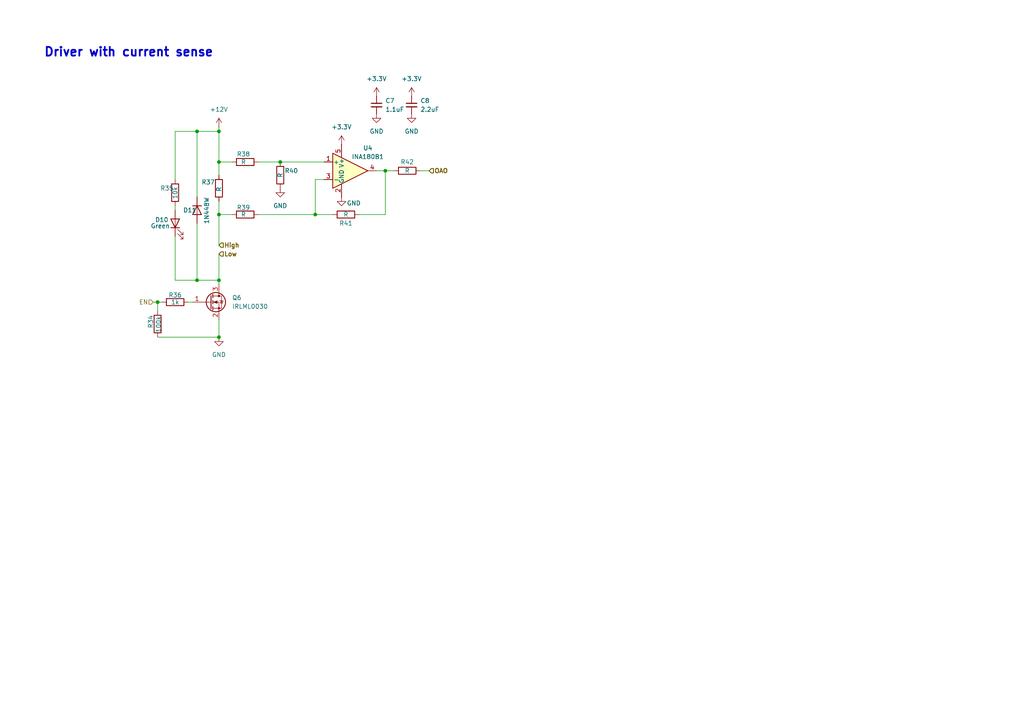
<source format=kicad_sch>
(kicad_sch (version 20231120) (generator "eeschema") (generator_version "8.0")
  (paper "A4")
  (lib_symbols
    (symbol "Amplifier_Current:INA180B1" (pin_names (offset 0.127))
      (property "Reference" "U" (at 3.81 3.81 0))
      (property "Value" "INA180B1" (at 3.81 -2.54 0))
      (symbol "INA180B1_0_1"
        (polyline (pts (xy 5.08 0) (xy -5.08 5.08) (xy -5.08 -5.08) (xy 5.08 0)) (stroke (width 0.254)) (fill (type background)))
      )
      (symbol "INA180B1_1_1"
        (pin input line (at -7.62 2.54 0) (length 2.54) (name "+") (number "1"))
        (pin power_in line (at -2.54 -7.62 90) (length 3.81) (name "GND") (number "2"))
        (pin input line (at -7.62 -2.54 0) (length 2.54) (name "-") (number "3"))
        (pin output line (at 7.62 0 180) (length 2.54) (name "~") (number "4"))
        (pin power_in line (at -2.54 7.62 270) (length 3.81) (name "V+") (number "5"))
      )
    )
    (symbol "Device:C_Small" (pin_numbers hide) (pin_names (offset 0.254) hide)
      (property "Reference" "C" (at 0.254 1.778 0))
      (property "Value" "C_Small" (at 0.254 -2.032 0))
      (symbol "C_Small_0_1"
        (polyline (pts (xy -1.524 -0.508) (xy 1.524 -0.508)) (stroke (width 0.3302)))
        (polyline (pts (xy -1.524 0.508) (xy 1.524 0.508)) (stroke (width 0.3048)))
      )
      (symbol "C_Small_1_1"
        (pin passive line (at 0 2.54 270) (length 2.032) (name "~") (number "1"))
        (pin passive line (at 0 -2.54 90) (length 2.032) (name "~") (number "2"))
      )
    )
    (symbol "Device:D" (pin_numbers hide) (pin_names (offset 1.016) hide)
      (property "Reference" "D" (at 0 2.54 0))
      (property "Value" "D" (at 0 -2.54 0))
      (symbol "D_0_1"
        (polyline (pts (xy -1.27 1.27) (xy -1.27 -1.27)) (stroke (width 0.254)))
        (polyline (pts (xy 1.27 0) (xy -1.27 0)))
        (polyline (pts (xy 1.27 1.27) (xy 1.27 -1.27) (xy -1.27 0) (xy 1.27 1.27)) (stroke (width 0.254)))
      )
      (symbol "D_1_1"
        (pin passive line (at -3.81 0 0) (length 2.54) (name "K") (number "1"))
        (pin passive line (at 3.81 0 180) (length 2.54) (name "A") (number "2"))
      )
    )
    (symbol "Device:LED" (pin_numbers hide) (pin_names (offset 1.016) hide)
      (property "Reference" "D" (at 0 2.54 0))
      (property "Value" "LED" (at 0 -2.54 0))
      (symbol "LED_0_1"
        (polyline (pts (xy -1.27 -1.27) (xy -1.27 1.27)) (stroke (width 0.254)))
        (polyline (pts (xy -1.27 0) (xy 1.27 0)))
        (polyline (pts (xy 1.27 -1.27) (xy 1.27 1.27) (xy -1.27 0) (xy 1.27 -1.27)) (stroke (width 0.254)))
        (polyline (pts (xy -3.048 -0.762) (xy -4.572 -2.286) (xy -3.81 -2.286) (xy -4.572 -2.286) (xy -4.572 -1.524)))
        (polyline (pts (xy -1.778 -0.762) (xy -3.302 -2.286) (xy -2.54 -2.286) (xy -3.302 -2.286) (xy -3.302 -1.524)))
      )
      (symbol "LED_1_1"
        (pin passive line (at -3.81 0 0) (length 2.54) (name "K") (number "1"))
        (pin passive line (at 3.81 0 180) (length 2.54) (name "A") (number "2"))
      )
    )
    (symbol "Device:R" (pin_numbers hide) (pin_names (offset 0))
      (property "Reference" "R" (at 2.032 0 90))
      (property "Value" "R" (at 0 0 90))
      (symbol "R_0_1"
        (rectangle (start -1.016 -2.54) (end 1.016 2.54) (stroke (width 0.254)))
      )
      (symbol "R_1_1"
        (pin passive line (at 0 3.81 270) (length 1.27) (name "~") (number "1"))
        (pin passive line (at 0 -3.81 90) (length 1.27) (name "~") (number "2"))
      )
    )
    (symbol "Transistor_FET:IRLML0030" (pin_names hide)
      (property "Reference" "Q" (at 5.08 1.905 0))
      (property "Value" "IRLML0030" (at 5.08 0 0))
      (symbol "IRLML0030_0_1"
        (polyline (pts (xy 0.254 0) (xy -2.54 0)))
        (polyline (pts (xy 0.254 1.905) (xy 0.254 -1.905)) (stroke (width 0.254)))
        (polyline (pts (xy 0.762 -1.27) (xy 0.762 -2.286)) (stroke (width 0.254)))
        (polyline (pts (xy 0.762 0.508) (xy 0.762 -0.508)) (stroke (width 0.254)))
        (polyline (pts (xy 0.762 2.286) (xy 0.762 1.27)) (stroke (width 0.254)))
        (polyline (pts (xy 2.54 2.54) (xy 2.54 1.778)))
        (polyline (pts (xy 2.54 -2.54) (xy 2.54 0) (xy 0.762 0)))
        (polyline (pts (xy 0.762 -1.778) (xy 3.302 -1.778) (xy 3.302 1.778) (xy 0.762 1.778)))
        (polyline (pts (xy 1.016 0) (xy 2.032 0.381) (xy 2.032 -0.381) (xy 1.016 0)) (fill (type outline)))
        (polyline (pts (xy 2.794 0.508) (xy 2.921 0.381) (xy 3.683 0.381) (xy 3.81 0.254)))
        (polyline (pts (xy 3.302 0.381) (xy 2.921 -0.254) (xy 3.683 -0.254) (xy 3.302 0.381)))
        (circle (center 1.651 0) (radius 2.794) (stroke (width 0.254)))
        (circle (center 2.54 -1.778) (radius 0.254) (fill (type outline)))
        (circle (center 2.54 1.778) (radius 0.254) (fill (type outline)))
      )
      (symbol "IRLML0030_1_1"
        (pin input line (at -5.08 0 0) (length 2.54) (name "G") (number "1"))
        (pin passive line (at 2.54 -5.08 90) (length 2.54) (name "S") (number "2"))
        (pin passive line (at 2.54 5.08 270) (length 2.54) (name "D") (number "3"))
      )
    )
    (symbol "power:+12V" (power) (pin_numbers hide) (pin_names (offset 0) hide)
      (property "Value" "+12V" (at 0 3.556 0))
      (symbol "+12V_0_1"
        (polyline (pts (xy -0.762 1.27) (xy 0 2.54)))
        (polyline (pts (xy 0 0) (xy 0 2.54)))
        (polyline (pts (xy 0 2.54) (xy 0.762 1.27)))
      )
      (symbol "+12V_1_1"
        (pin power_in line (at 0 0 90) (length 0) (name "~") (number "1"))
      )
    )
    (symbol "power:+3.3V" (power) (pin_numbers hide) (pin_names (offset 0) hide)
      (property "Value" "+3.3V" (at 0 3.556 0))
      (symbol "+3.3V_0_1"
        (polyline (pts (xy -0.762 1.27) (xy 0 2.54)))
        (polyline (pts (xy 0 0) (xy 0 2.54)))
        (polyline (pts (xy 0 2.54) (xy 0.762 1.27)))
      )
      (symbol "+3.3V_1_1"
        (pin power_in line (at 0 0 90) (length 0) (name "~") (number "1"))
      )
    )
    (symbol "power:GND" (power) (pin_numbers hide) (pin_names (offset 0) hide)
      (property "Value" "GND" (at 0 -3.81 0))
      (symbol "GND_0_1"
        (polyline (pts (xy 0 0) (xy 0 -1.27) (xy 1.27 -1.27) (xy 0 -2.54) (xy -1.27 -1.27) (xy 0 -1.27)))
      )
      (symbol "GND_1_1"
        (pin power_in line (at 0 0 270) (length 0) (name "~") (number "1"))
      )
    )
  )
  (junction (at 45.72 87.63))
  (junction (at 57.15 81.28))
  (junction (at 57.15 38.1))
  (junction (at 63.5 62.23))
  (junction (at 111.76 49.53))
  (junction (at 63.5 97.79))
  (junction (at 63.5 46.99))
  (junction (at 63.5 38.1))
  (junction (at 63.5 81.28))
  (junction (at 91.44 62.23))
  (junction (at 81.28 46.99))
  (wire (pts (xy 111.76 49.53) (xy 111.76 62.23)))
  (wire (pts (xy 46.99 87.63) (xy 45.72 87.63)))
  (wire (pts (xy 109.22 49.53) (xy 111.76 49.53)))
  (wire (pts (xy 50.8 81.28) (xy 50.8 68.58)))
  (wire (pts (xy 111.76 62.23) (xy 104.14 62.23)))
  (wire (pts (xy 91.44 52.07) (xy 93.98 52.07)))
  (wire (pts (xy 63.5 73.66) (xy 63.5 81.28)))
  (wire (pts (xy 57.15 64.77) (xy 57.15 81.28)))
  (wire (pts (xy 45.72 97.79) (xy 63.5 97.79)))
  (wire (pts (xy 63.5 38.1) (xy 57.15 38.1)))
  (wire (pts (xy 45.72 87.63) (xy 45.72 90.17)))
  (wire (pts (xy 44.45 87.63) (xy 45.72 87.63)))
  (wire (pts (xy 63.5 36.83) (xy 63.5 38.1)))
  (wire (pts (xy 63.5 58.42) (xy 63.5 62.23)))
  (wire (pts (xy 63.5 92.71) (xy 63.5 97.79)))
  (wire (pts (xy 74.93 62.23) (xy 91.44 62.23)))
  (wire (pts (xy 57.15 38.1) (xy 57.15 57.15)))
  (wire (pts (xy 111.76 49.53) (xy 114.3 49.53)))
  (wire (pts (xy 121.92 49.53) (xy 124.46 49.53)))
  (wire (pts (xy 81.28 46.99) (xy 93.98 46.99)))
  (wire (pts (xy 74.93 46.99) (xy 81.28 46.99)))
  (wire (pts (xy 63.5 62.23) (xy 63.5 71.12)))
  (wire (pts (xy 57.15 81.28) (xy 50.8 81.28)))
  (wire (pts (xy 91.44 52.07) (xy 91.44 62.23)))
  (wire (pts (xy 63.5 81.28) (xy 63.5 82.55)))
  (wire (pts (xy 50.8 38.1) (xy 50.8 52.07)))
  (wire (pts (xy 57.15 38.1) (xy 50.8 38.1)))
  (wire (pts (xy 55.88 87.63) (xy 54.61 87.63)))
  (wire (pts (xy 91.44 62.23) (xy 96.52 62.23)))
  (wire (pts (xy 67.31 62.23) (xy 63.5 62.23)))
  (wire (pts (xy 67.31 46.99) (xy 63.5 46.99)))
  (wire (pts (xy 63.5 81.28) (xy 57.15 81.28)))
  (wire (pts (xy 50.8 59.69) (xy 50.8 60.96)))
  (wire (pts (xy 63.5 38.1) (xy 63.5 46.99)))
  (wire (pts (xy 63.5 46.99) (xy 63.5 50.8)))
  (text "Driver with current sense\n" (at 37.338 15.24 0) (effects (font (size 2.54 2.54) (thickness 0.508) (bold yes))))
  (hierarchical_label "EN" (shape input) (at 44.45 87.63 180))
  (hierarchical_label "High" (shape input) (at 63.5 71.12 0) (effects (font (thickness 0.254) (bold yes))))
  (hierarchical_label "OAO" (shape input) (at 124.46 49.53 0) (effects (font (thickness 0.254) (bold yes))))
  (hierarchical_label "Low" (shape input) (at 63.5 73.66 0) (effects (font (thickness 0.254) (bold yes))))
  (symbol (lib_id "Device:R") (at 118.11 49.53 90) (unit 1)
    (property "Reference" "R42" (at 118.11 46.99 90))
    (property "Value" "R" (at 118.11 49.53 90))
    (property "Footprint" "Resistor_SMD:R_0805_2012Metric" (effects (hide yes)))
    (property "Description" "Resistor" (effects (hide yes)))
    (instances (project "BPS-Leader" (path "" (reference "R42") (unit 1)) (path "" (reference "R51") (unit 1)) (path "" (reference "R24") (unit 1)) (path "" (reference "R69") (unit 1)) (path "" (reference "R33") (unit 1)) (path "" (reference "R15") (unit 1)) (path "" (reference "R60") (unit 1))))
  )
  (symbol (lib_id "power:+3.3V") (at 119.38 27.94 0) (unit 1)
    (property "Reference" "#PWR039" (effects (hide yes)))
    (property "Value" "+3.3V" (at 119.38 22.86 0))
    (property "Description" "Power symbol creates a global label with name \"+3.3V\"" (effects (hide yes)))
    (instances (project "BPS-Leader" (path "" (reference "#PWR039") (unit 1)) (path "" (reference "#PWR048") (unit 1)) (path "" (reference "#PWR021") (unit 1)) (path "" (reference "#PWR071") (unit 1)) (path "" (reference "#PWR030") (unit 1)) (path "" (reference "#PWR012") (unit 1)) (path "" (reference "#PWR061") (unit 1))))
  )
  (symbol (lib_id "Device:C_Small") (at 119.38 30.48 0) (unit 1)
    (property "Reference" "C8" (at 121.92 29.2162 0) (effects (justify left)))
    (property "Value" "2.2uF" (at 121.92 31.7562 0) (effects (justify left)))
    (property "Footprint" "Capacitor_SMD:C_0805_2012Metric" (effects (hide yes)))
    (property "Description" "Unpolarized capacitor, small symbol" (effects (hide yes)))
    (instances (project "BPS-Leader" (path "" (reference "C8") (unit 1)) (path "" (reference "C10") (unit 1)) (path "" (reference "C4") (unit 1)) (path "" (reference "C17") (unit 1)) (path "" (reference "C6") (unit 1)) (path "" (reference "C2") (unit 1)) (path "" (reference "C12") (unit 1))))
  )
  (symbol (lib_id "power:GND") (at 119.38 33.02 0) (unit 1)
    (property "Reference" "#PWR040" (effects (hide yes)))
    (property "Value" "GND" (at 119.38 38.1 0))
    (property "Description" "Power symbol creates a global label with name \"GND\" , ground" (effects (hide yes)))
    (instances (project "BPS-Leader" (path "" (reference "#PWR040") (unit 1)) (path "" (reference "#PWR052") (unit 1)) (path "" (reference "#PWR022") (unit 1)) (path "" (reference "#PWR072") (unit 1)) (path "" (reference "#PWR031") (unit 1)) (path "" (reference "#PWR013") (unit 1)) (path "" (reference "#PWR062") (unit 1))))
  )
  (symbol (lib_id "Device:R") (at 63.5 54.61 0) (unit 1)
    (property "Reference" "R37" (at 58.42 52.832 0) (effects (justify left)))
    (property "Value" "R" (at 63.5 55.626 90) (effects (justify left)))
    (property "Footprint" "Resistor_SMD:R_0805_2012Metric" (effects (hide yes)))
    (property "Description" "Resistor" (effects (hide yes)))
    (instances (project "BPS-Leader" (path "" (reference "R37") (unit 1)) (path "" (reference "R46") (unit 1)) (path "" (reference "R19") (unit 1)) (path "" (reference "R64") (unit 1)) (path "" (reference "R28") (unit 1)) (path "" (reference "R10") (unit 1)) (path "" (reference "R55") (unit 1))))
  )
  (symbol (lib_id "Device:C_Small") (at 109.22 30.48 0) (unit 1)
    (property "Reference" "C7" (at 111.76 29.2162 0) (effects (justify left)))
    (property "Value" "1.1uF" (at 111.76 31.7562 0) (effects (justify left)))
    (property "Footprint" "Capacitor_SMD:C_0805_2012Metric" (effects (hide yes)))
    (property "Description" "Unpolarized capacitor, small symbol" (effects (hide yes)))
    (instances (project "BPS-Leader" (path "" (reference "C7") (unit 1)) (path "" (reference "C9") (unit 1)) (path "" (reference "C3") (unit 1)) (path "" (reference "C16") (unit 1)) (path "" (reference "C5") (unit 1)) (path "" (reference "C1") (unit 1)) (path "" (reference "C11") (unit 1))))
  )
  (symbol (lib_id "power:+3.3V") (at 109.22 27.94 0) (unit 1)
    (property "Reference" "#PWR037" (effects (hide yes)))
    (property "Value" "+3.3V" (at 109.22 22.86 0))
    (property "Description" "Power symbol creates a global label with name \"+3.3V\"" (effects (hide yes)))
    (instances (project "BPS-Leader" (path "" (reference "#PWR037") (unit 1)) (path "" (reference "#PWR046") (unit 1)) (path "" (reference "#PWR019") (unit 1)) (path "" (reference "#PWR069") (unit 1)) (path "" (reference "#PWR028") (unit 1)) (path "" (reference "#PWR010") (unit 1)) (path "" (reference "#PWR058") (unit 1))))
  )
  (symbol (lib_id "Device:R") (at 71.12 62.23 90) (unit 1)
    (property "Reference" "R39" (at 70.612 60.198 90))
    (property "Value" "R" (at 70.612 62.23 90))
    (property "Footprint" "Resistor_SMD:R_0805_2012Metric" (effects (hide yes)))
    (property "Description" "Resistor" (effects (hide yes)))
    (instances (project "BPS-Leader" (path "" (reference "R39") (unit 1)) (path "" (reference "R48") (unit 1)) (path "" (reference "R21") (unit 1)) (path "" (reference "R66") (unit 1)) (path "" (reference "R30") (unit 1)) (path "" (reference "R12") (unit 1)) (path "" (reference "R57") (unit 1))))
  )
  (symbol (lib_id "Device:LED") (at 50.8 64.77 90) (unit 1)
    (property "Reference" "D10" (at 44.958 63.754 90) (effects (justify right)))
    (property "Value" "Green" (at 43.688 65.532 90) (effects (justify right)))
    (property "Description" "Light emitting diode" (effects (hide yes)))
    (instances (project "BPS-Leader" (path "" (reference "D10") (unit 1)) (path "" (reference "D12") (unit 1)) (path "" (reference "D6") (unit 1)) (path "" (reference "D16") (unit 1)) (path "" (reference "D8") (unit 1)) (path "" (reference "D4") (unit 1)) (path "" (reference "D14") (unit 1))))
  )
  (symbol (lib_id "Transistor_FET:IRLML0030") (at 60.96 87.63 0) (unit 1)
    (property "Reference" "Q6" (at 67.31 86.3599 0) (effects (justify left)))
    (property "Value" "IRLML0030" (at 67.31 88.8999 0) (effects (justify left)))
    (property "Footprint" "Package_TO_SOT_SMD:SOT-23" (effects (hide yes)))
    (property "Datasheet" "https://www.infineon.com/dgdl/irlml0030pbf.pdf?fileId=5546d462533600a401535664773825df" (effects (hide yes)))
    (property "Description" "5.3A Id, 30V Vds, 27mOhm Rds, N-Channel HEXFET Power MOSFET, SOT-23" (effects (hide yes)))
    (instances (project "BPS-Leader" (path "" (reference "Q6") (unit 1)) (path "" (reference "Q7") (unit 1)) (path "" (reference "Q4") (unit 1)) (path "" (reference "Q9") (unit 1)) (path "" (reference "Q5") (unit 1)) (path "" (reference "Q3") (unit 1)) (path "" (reference "Q8") (unit 1))))
  )
  (symbol (lib_id "power:GND") (at 81.28 54.61 0) (unit 1)
    (property "Reference" "#PWR034" (effects (hide yes)))
    (property "Value" "GND" (at 81.28 59.69 0))
    (property "Description" "Power symbol creates a global label with name \"GND\" , ground" (effects (hide yes)))
    (instances (project "BPS-Leader" (path "" (reference "#PWR034") (unit 1)) (path "" (reference "#PWR043") (unit 1)) (path "" (reference "#PWR016") (unit 1)) (path "" (reference "#PWR065") (unit 1)) (path "" (reference "#PWR025") (unit 1)) (path "" (reference "#PWR07") (unit 1)) (path "" (reference "#PWR055") (unit 1))))
  )
  (symbol (lib_id "Device:R") (at 81.28 50.8 0) (unit 1)
    (property "Reference" "R40" (at 82.55 49.53 0) (effects (justify left)))
    (property "Value" "R" (at 81.28 51.562 90) (effects (justify left)))
    (property "Footprint" "Resistor_SMD:R_0805_2012Metric" (effects (hide yes)))
    (property "Description" "Resistor" (effects (hide yes)))
    (instances (project "BPS-Leader" (path "" (reference "R40") (unit 1)) (path "" (reference "R49") (unit 1)) (path "" (reference "R22") (unit 1)) (path "" (reference "R67") (unit 1)) (path "" (reference "R31") (unit 1)) (path "" (reference "R13") (unit 1)) (path "" (reference "R58") (unit 1))))
  )
  (symbol (lib_id "Amplifier_Current:INA180B1") (at 101.6 49.53 0) (unit 1)
    (property "Reference" "U4" (at 106.68 42.926 0))
    (property "Value" "INA180B1" (at 106.68 45.466 0))
    (property "Footprint" "Package_TO_SOT_SMD:SOT-23-5" (effects (hide yes)))
    (property "Datasheet" "http://www.ti.com/lit/ds/symlink/ina180.pdf" (effects (hide yes)))
    (property "Description" "Current Sense Amplifier, 1 Circuit, Rail-to-Rail, 26V, Gain 20 V/V, SOT-23-5" (effects (hide yes)))
    (instances (project "BPS-Leader" (path "" (reference "U4") (unit 1)) (path "" (reference "U5") (unit 1)) (path "" (reference "U2") (unit 1)) (path "" (reference "U8") (unit 1)) (path "" (reference "U3") (unit 1)) (path "" (reference "U1") (unit 1)) (path "" (reference "U6") (unit 1))))
  )
  (symbol (lib_id "power:GND") (at 109.22 33.02 0) (unit 1)
    (property "Reference" "#PWR038" (effects (hide yes)))
    (property "Value" "GND" (at 109.22 38.1 0))
    (property "Description" "Power symbol creates a global label with name \"GND\" , ground" (effects (hide yes)))
    (instances (project "BPS-Leader" (path "" (reference "#PWR038") (unit 1)) (path "" (reference "#PWR047") (unit 1)) (path "" (reference "#PWR020") (unit 1)) (path "" (reference "#PWR070") (unit 1)) (path "" (reference "#PWR029") (unit 1)) (path "" (reference "#PWR011") (unit 1)) (path "" (reference "#PWR060") (unit 1))))
  )
  (symbol (lib_id "power:+3.3V") (at 99.06 41.91 0) (unit 1)
    (property "Reference" "#PWR035" (effects (hide yes)))
    (property "Value" "+3.3V" (at 99.06 36.83 0))
    (property "Description" "Power symbol creates a global label with name \"+3.3V\"" (effects (hide yes)))
    (instances (project "BPS-Leader" (path "" (reference "#PWR035") (unit 1)) (path "" (reference "#PWR044") (unit 1)) (path "" (reference "#PWR017") (unit 1)) (path "" (reference "#PWR067") (unit 1)) (path "" (reference "#PWR026") (unit 1)) (path "" (reference "#PWR08") (unit 1)) (path "" (reference "#PWR056") (unit 1))))
  )
  (symbol (lib_id "Device:R") (at 71.12 46.99 90) (unit 1)
    (property "Reference" "R38" (at 70.612 44.704 90))
    (property "Value" "R" (at 70.612 46.99 90))
    (property "Footprint" "Resistor_SMD:R_0805_2012Metric" (effects (hide yes)))
    (property "Description" "Resistor" (effects (hide yes)))
    (instances (project "BPS-Leader" (path "" (reference "R38") (unit 1)) (path "" (reference "R47") (unit 1)) (path "" (reference "R20") (unit 1)) (path "" (reference "R65") (unit 1)) (path "" (reference "R29") (unit 1)) (path "" (reference "R11") (unit 1)) (path "" (reference "R56") (unit 1))))
  )
  (symbol (lib_id "Device:R") (at 50.8 87.63 90) (unit 1)
    (property "Reference" "R36" (at 50.8 85.598 90))
    (property "Value" "1k" (at 50.8 87.63 90))
    (property "Footprint" "Resistor_SMD:R_0805_2012Metric" (effects (hide yes)))
    (property "Description" "Resistor" (effects (hide yes)))
    (instances (project "BPS-Leader" (path "" (reference "R36") (unit 1)) (path "" (reference "R45") (unit 1)) (path "" (reference "R18") (unit 1)) (path "" (reference "R63") (unit 1)) (path "" (reference "R27") (unit 1)) (path "" (reference "R9") (unit 1)) (path "" (reference "R54") (unit 1))))
  )
  (symbol (lib_id "Device:D") (at 57.15 60.96 270) (unit 1)
    (property "Reference" "D11" (at 53.086 60.96 90) (effects (justify left)))
    (property "Value" "1N448W" (at 59.944 57.15 0) (effects (justify left)))
    (property "Description" "Diode" (effects (hide yes)))
    (property "Sim.Device" "D" (effects (hide yes)))
    (property "Sim.Pins" "1=K 2=A" (effects (hide yes)))
    (instances (project "BPS-Leader" (path "" (reference "D11") (unit 1)) (path "" (reference "D13") (unit 1)) (path "" (reference "D7") (unit 1)) (path "" (reference "D17") (unit 1)) (path "" (reference "D9") (unit 1)) (path "" (reference "D5") (unit 1)) (path "" (reference "D15") (unit 1))))
  )
  (symbol (lib_id "Device:R") (at 100.33 62.23 90) (unit 1)
    (property "Reference" "R41" (at 100.33 64.77 90))
    (property "Value" "R" (at 100.33 62.23 90))
    (property "Footprint" "Resistor_SMD:R_0805_2012Metric" (effects (hide yes)))
    (property "Description" "Resistor" (effects (hide yes)))
    (instances (project "BPS-Leader" (path "" (reference "R41") (unit 1)) (path "" (reference "R50") (unit 1)) (path "" (reference "R23") (unit 1)) (path "" (reference "R68") (unit 1)) (path "" (reference "R32") (unit 1)) (path "" (reference "R14") (unit 1)) (path "" (reference "R59") (unit 1))))
  )
  (symbol (lib_id "power:+12V") (at 63.5 36.83 0) (unit 1)
    (property "Reference" "#PWR032" (effects (hide yes)))
    (property "Value" "+12V" (at 63.5 31.75 0))
    (property "Description" "Power symbol creates a global label with name \"+12V\"" (effects (hide yes)))
    (instances (project "BPS-Leader" (path "" (reference "#PWR032") (unit 1)) (path "" (reference "#PWR041") (unit 1)) (path "" (reference "#PWR014") (unit 1)) (path "" (reference "#PWR063") (unit 1)) (path "" (reference "#PWR023") (unit 1)) (path "" (reference "#PWR05") (unit 1)) (path "" (reference "#PWR053") (unit 1))))
  )
  (symbol (lib_id "power:GND") (at 63.5 97.79 0) (unit 1)
    (property "Reference" "#PWR033" (effects (hide yes)))
    (property "Value" "GND" (at 63.5 102.87 0))
    (property "Description" "Power symbol creates a global label with name \"GND\" , ground" (effects (hide yes)))
    (instances (project "BPS-Leader" (path "" (reference "#PWR033") (unit 1)) (path "" (reference "#PWR042") (unit 1)) (path "" (reference "#PWR015") (unit 1)) (path "" (reference "#PWR064") (unit 1)) (path "" (reference "#PWR024") (unit 1)) (path "" (reference "#PWR06") (unit 1)) (path "" (reference "#PWR054") (unit 1))))
  )
  (symbol (lib_id "Device:R") (at 45.72 93.98 0) (unit 1)
    (property "Reference" "R34" (at 43.688 95.25 90) (effects (justify left)))
    (property "Value" "100k" (at 45.974 96.52 90) (effects (justify left)))
    (property "Footprint" "Resistor_SMD:R_0805_2012Metric" (effects (hide yes)))
    (property "Description" "Resistor" (effects (hide yes)))
    (instances (project "BPS-Leader" (path "" (reference "R34") (unit 1)) (path "" (reference "R43") (unit 1)) (path "" (reference "R16") (unit 1)) (path "" (reference "R61") (unit 1)) (path "" (reference "R25") (unit 1)) (path "" (reference "R7") (unit 1)) (path "" (reference "R52") (unit 1))))
  )
  (symbol (lib_id "Device:R") (at 50.8 55.88 0) (mirror y) (unit 1)
    (property "Reference" "R35" (at 46.482 54.61 0) (effects (justify right)))
    (property "Value" "10k" (at 50.8 54.102 90) (effects (justify right)))
    (property "Footprint" "Resistor_SMD:R_0805_2012Metric" (effects (hide yes)))
    (property "Description" "Resistor" (effects (hide yes)))
    (instances (project "BPS-Leader" (path "" (reference "R35") (unit 1)) (path "" (reference "R44") (unit 1)) (path "" (reference "R17") (unit 1)) (path "" (reference "R62") (unit 1)) (path "" (reference "R26") (unit 1)) (path "" (reference "R8") (unit 1)) (path "" (reference "R53") (unit 1))))
  )
  (symbol (lib_id "power:GND") (at 99.06 57.15 0) (unit 1)
    (property "Reference" "#PWR036" (effects (hide yes)))
    (property "Value" "GND" (at 102.616 58.928 0))
    (property "Description" "Power symbol creates a global label with name \"GND\" , ground" (effects (hide yes)))
    (instances (project "BPS-Leader" (path "" (reference "#PWR036") (unit 1)) (path "" (reference "#PWR045") (unit 1)) (path "" (reference "#PWR018") (unit 1)) (path "" (reference "#PWR068") (unit 1)) (path "" (reference "#PWR027") (unit 1)) (path "" (reference "#PWR09") (unit 1)) (path "" (reference "#PWR057") (unit 1))))
  )
)
</source>
